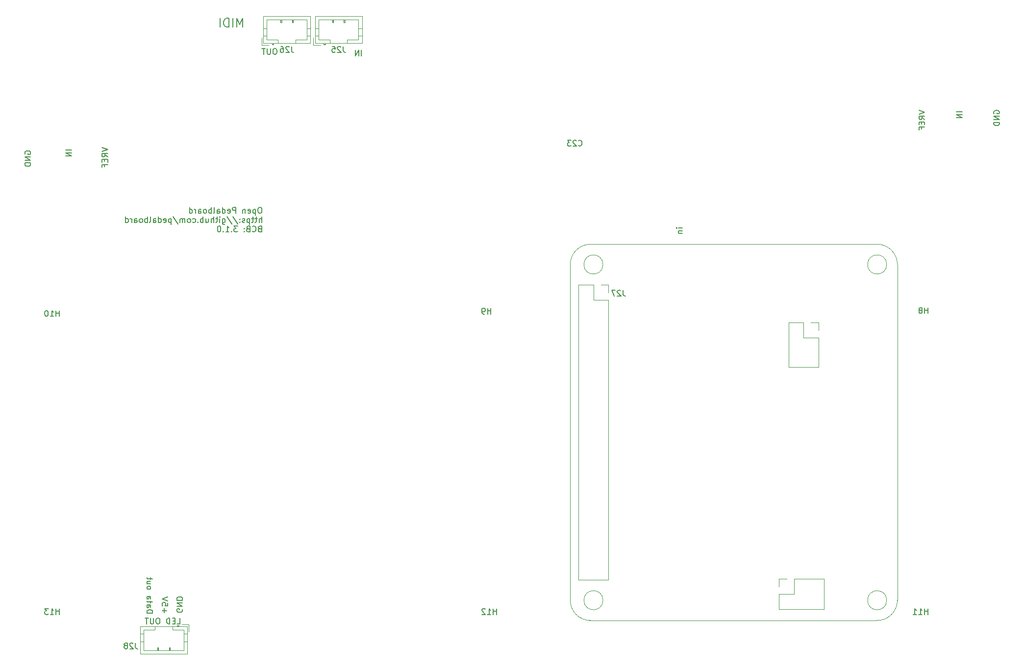
<source format=gbo>
G04 #@! TF.GenerationSoftware,KiCad,Pcbnew,7.0.9-7.0.9~ubuntu23.04.1*
G04 #@! TF.CreationDate,2023-12-04T22:03:06+00:00*
G04 #@! TF.ProjectId,pedalboard-hw,70656461-6c62-46f6-9172-642d68772e6b,3.1.0*
G04 #@! TF.SameCoordinates,Original*
G04 #@! TF.FileFunction,Legend,Bot*
G04 #@! TF.FilePolarity,Positive*
%FSLAX46Y46*%
G04 Gerber Fmt 4.6, Leading zero omitted, Abs format (unit mm)*
G04 Created by KiCad (PCBNEW 7.0.9-7.0.9~ubuntu23.04.1) date 2023-12-04 22:03:06*
%MOMM*%
%LPD*%
G01*
G04 APERTURE LIST*
%ADD10C,0.150000*%
%ADD11C,0.120000*%
%ADD12C,0.100000*%
G04 APERTURE END LIST*
D10*
X2811823Y86553797D02*
X2764204Y86649035D01*
X2764204Y86649035D02*
X2764204Y86791892D01*
X2764204Y86791892D02*
X2811823Y86934749D01*
X2811823Y86934749D02*
X2907061Y87029987D01*
X2907061Y87029987D02*
X3002299Y87077606D01*
X3002299Y87077606D02*
X3192775Y87125225D01*
X3192775Y87125225D02*
X3335632Y87125225D01*
X3335632Y87125225D02*
X3526108Y87077606D01*
X3526108Y87077606D02*
X3621346Y87029987D01*
X3621346Y87029987D02*
X3716585Y86934749D01*
X3716585Y86934749D02*
X3764204Y86791892D01*
X3764204Y86791892D02*
X3764204Y86696654D01*
X3764204Y86696654D02*
X3716585Y86553797D01*
X3716585Y86553797D02*
X3668965Y86506178D01*
X3668965Y86506178D02*
X3335632Y86506178D01*
X3335632Y86506178D02*
X3335632Y86696654D01*
X3764204Y86077606D02*
X2764204Y86077606D01*
X2764204Y86077606D02*
X3764204Y85506178D01*
X3764204Y85506178D02*
X2764204Y85506178D01*
X3764204Y85029987D02*
X2764204Y85029987D01*
X2764204Y85029987D02*
X2764204Y84791892D01*
X2764204Y84791892D02*
X2811823Y84649035D01*
X2811823Y84649035D02*
X2907061Y84553797D01*
X2907061Y84553797D02*
X3002299Y84506178D01*
X3002299Y84506178D02*
X3192775Y84458559D01*
X3192775Y84458559D02*
X3335632Y84458559D01*
X3335632Y84458559D02*
X3526108Y84506178D01*
X3526108Y84506178D02*
X3621346Y84553797D01*
X3621346Y84553797D02*
X3716585Y84649035D01*
X3716585Y84649035D02*
X3764204Y84791892D01*
X3764204Y84791892D02*
X3764204Y85029987D01*
X29956946Y7964974D02*
X30004565Y7869736D01*
X30004565Y7869736D02*
X30004565Y7726879D01*
X30004565Y7726879D02*
X29956946Y7584022D01*
X29956946Y7584022D02*
X29861708Y7488784D01*
X29861708Y7488784D02*
X29766470Y7441165D01*
X29766470Y7441165D02*
X29575994Y7393546D01*
X29575994Y7393546D02*
X29433137Y7393546D01*
X29433137Y7393546D02*
X29242661Y7441165D01*
X29242661Y7441165D02*
X29147423Y7488784D01*
X29147423Y7488784D02*
X29052185Y7584022D01*
X29052185Y7584022D02*
X29004565Y7726879D01*
X29004565Y7726879D02*
X29004565Y7822117D01*
X29004565Y7822117D02*
X29052185Y7964974D01*
X29052185Y7964974D02*
X29099804Y8012593D01*
X29099804Y8012593D02*
X29433137Y8012593D01*
X29433137Y8012593D02*
X29433137Y7822117D01*
X29004565Y8441165D02*
X30004565Y8441165D01*
X30004565Y8441165D02*
X29004565Y9012593D01*
X29004565Y9012593D02*
X30004565Y9012593D01*
X29004565Y9488784D02*
X30004565Y9488784D01*
X30004565Y9488784D02*
X30004565Y9726879D01*
X30004565Y9726879D02*
X29956946Y9869736D01*
X29956946Y9869736D02*
X29861708Y9964974D01*
X29861708Y9964974D02*
X29766470Y10012593D01*
X29766470Y10012593D02*
X29575994Y10060212D01*
X29575994Y10060212D02*
X29433137Y10060212D01*
X29433137Y10060212D02*
X29242661Y10012593D01*
X29242661Y10012593D02*
X29147423Y9964974D01*
X29147423Y9964974D02*
X29052185Y9869736D01*
X29052185Y9869736D02*
X29004565Y9726879D01*
X29004565Y9726879D02*
X29004565Y9488784D01*
X23834565Y7271165D02*
X24834565Y7271165D01*
X24834565Y7271165D02*
X24834565Y7509260D01*
X24834565Y7509260D02*
X24786946Y7652117D01*
X24786946Y7652117D02*
X24691708Y7747355D01*
X24691708Y7747355D02*
X24596470Y7794974D01*
X24596470Y7794974D02*
X24405994Y7842593D01*
X24405994Y7842593D02*
X24263137Y7842593D01*
X24263137Y7842593D02*
X24072661Y7794974D01*
X24072661Y7794974D02*
X23977423Y7747355D01*
X23977423Y7747355D02*
X23882185Y7652117D01*
X23882185Y7652117D02*
X23834565Y7509260D01*
X23834565Y7509260D02*
X23834565Y7271165D01*
X23834565Y8699736D02*
X24358375Y8699736D01*
X24358375Y8699736D02*
X24453613Y8652117D01*
X24453613Y8652117D02*
X24501232Y8556879D01*
X24501232Y8556879D02*
X24501232Y8366403D01*
X24501232Y8366403D02*
X24453613Y8271165D01*
X23882185Y8699736D02*
X23834565Y8604498D01*
X23834565Y8604498D02*
X23834565Y8366403D01*
X23834565Y8366403D02*
X23882185Y8271165D01*
X23882185Y8271165D02*
X23977423Y8223546D01*
X23977423Y8223546D02*
X24072661Y8223546D01*
X24072661Y8223546D02*
X24167899Y8271165D01*
X24167899Y8271165D02*
X24215518Y8366403D01*
X24215518Y8366403D02*
X24215518Y8604498D01*
X24215518Y8604498D02*
X24263137Y8699736D01*
X24501232Y9033070D02*
X24501232Y9414022D01*
X24834565Y9175927D02*
X23977423Y9175927D01*
X23977423Y9175927D02*
X23882185Y9223546D01*
X23882185Y9223546D02*
X23834565Y9318784D01*
X23834565Y9318784D02*
X23834565Y9414022D01*
X23834565Y10175927D02*
X24358375Y10175927D01*
X24358375Y10175927D02*
X24453613Y10128308D01*
X24453613Y10128308D02*
X24501232Y10033070D01*
X24501232Y10033070D02*
X24501232Y9842594D01*
X24501232Y9842594D02*
X24453613Y9747356D01*
X23882185Y10175927D02*
X23834565Y10080689D01*
X23834565Y10080689D02*
X23834565Y9842594D01*
X23834565Y9842594D02*
X23882185Y9747356D01*
X23882185Y9747356D02*
X23977423Y9699737D01*
X23977423Y9699737D02*
X24072661Y9699737D01*
X24072661Y9699737D02*
X24167899Y9747356D01*
X24167899Y9747356D02*
X24215518Y9842594D01*
X24215518Y9842594D02*
X24215518Y10080689D01*
X24215518Y10080689D02*
X24263137Y10175927D01*
X23834565Y11556880D02*
X23882185Y11461642D01*
X23882185Y11461642D02*
X23929804Y11414023D01*
X23929804Y11414023D02*
X24025042Y11366404D01*
X24025042Y11366404D02*
X24310756Y11366404D01*
X24310756Y11366404D02*
X24405994Y11414023D01*
X24405994Y11414023D02*
X24453613Y11461642D01*
X24453613Y11461642D02*
X24501232Y11556880D01*
X24501232Y11556880D02*
X24501232Y11699737D01*
X24501232Y11699737D02*
X24453613Y11794975D01*
X24453613Y11794975D02*
X24405994Y11842594D01*
X24405994Y11842594D02*
X24310756Y11890213D01*
X24310756Y11890213D02*
X24025042Y11890213D01*
X24025042Y11890213D02*
X23929804Y11842594D01*
X23929804Y11842594D02*
X23882185Y11794975D01*
X23882185Y11794975D02*
X23834565Y11699737D01*
X23834565Y11699737D02*
X23834565Y11556880D01*
X24501232Y12747356D02*
X23834565Y12747356D01*
X24501232Y12318785D02*
X23977423Y12318785D01*
X23977423Y12318785D02*
X23882185Y12366404D01*
X23882185Y12366404D02*
X23834565Y12461642D01*
X23834565Y12461642D02*
X23834565Y12604499D01*
X23834565Y12604499D02*
X23882185Y12699737D01*
X23882185Y12699737D02*
X23929804Y12747356D01*
X24501232Y13080690D02*
X24501232Y13461642D01*
X24834565Y13223547D02*
X23977423Y13223547D01*
X23977423Y13223547D02*
X23882185Y13271166D01*
X23882185Y13271166D02*
X23834565Y13366404D01*
X23834565Y13366404D02*
X23834565Y13461642D01*
X60917605Y103564566D02*
X60917605Y104564566D01*
X60441415Y103564566D02*
X60441415Y104564566D01*
X60441415Y104564566D02*
X59869987Y103564566D01*
X59869987Y103564566D02*
X59869987Y104564566D01*
X170141823Y93557797D02*
X170094204Y93653035D01*
X170094204Y93653035D02*
X170094204Y93795892D01*
X170094204Y93795892D02*
X170141823Y93938749D01*
X170141823Y93938749D02*
X170237061Y94033987D01*
X170237061Y94033987D02*
X170332299Y94081606D01*
X170332299Y94081606D02*
X170522775Y94129225D01*
X170522775Y94129225D02*
X170665632Y94129225D01*
X170665632Y94129225D02*
X170856108Y94081606D01*
X170856108Y94081606D02*
X170951346Y94033987D01*
X170951346Y94033987D02*
X171046585Y93938749D01*
X171046585Y93938749D02*
X171094204Y93795892D01*
X171094204Y93795892D02*
X171094204Y93700654D01*
X171094204Y93700654D02*
X171046585Y93557797D01*
X171046585Y93557797D02*
X170998965Y93510178D01*
X170998965Y93510178D02*
X170665632Y93510178D01*
X170665632Y93510178D02*
X170665632Y93700654D01*
X171094204Y93081606D02*
X170094204Y93081606D01*
X170094204Y93081606D02*
X171094204Y92510178D01*
X171094204Y92510178D02*
X170094204Y92510178D01*
X171094204Y92033987D02*
X170094204Y92033987D01*
X170094204Y92033987D02*
X170094204Y91795892D01*
X170094204Y91795892D02*
X170141823Y91653035D01*
X170141823Y91653035D02*
X170237061Y91557797D01*
X170237061Y91557797D02*
X170332299Y91510178D01*
X170332299Y91510178D02*
X170522775Y91462559D01*
X170522775Y91462559D02*
X170665632Y91462559D01*
X170665632Y91462559D02*
X170856108Y91510178D01*
X170856108Y91510178D02*
X170951346Y91557797D01*
X170951346Y91557797D02*
X171046585Y91653035D01*
X171046585Y91653035D02*
X171094204Y91795892D01*
X171094204Y91795892D02*
X171094204Y92033987D01*
X43467129Y77344566D02*
X43276653Y77344566D01*
X43276653Y77344566D02*
X43181415Y77296947D01*
X43181415Y77296947D02*
X43086177Y77201709D01*
X43086177Y77201709D02*
X43038558Y77011233D01*
X43038558Y77011233D02*
X43038558Y76677900D01*
X43038558Y76677900D02*
X43086177Y76487424D01*
X43086177Y76487424D02*
X43181415Y76392185D01*
X43181415Y76392185D02*
X43276653Y76344566D01*
X43276653Y76344566D02*
X43467129Y76344566D01*
X43467129Y76344566D02*
X43562367Y76392185D01*
X43562367Y76392185D02*
X43657605Y76487424D01*
X43657605Y76487424D02*
X43705224Y76677900D01*
X43705224Y76677900D02*
X43705224Y77011233D01*
X43705224Y77011233D02*
X43657605Y77201709D01*
X43657605Y77201709D02*
X43562367Y77296947D01*
X43562367Y77296947D02*
X43467129Y77344566D01*
X42609986Y77011233D02*
X42609986Y76011233D01*
X42609986Y76963614D02*
X42514748Y77011233D01*
X42514748Y77011233D02*
X42324272Y77011233D01*
X42324272Y77011233D02*
X42229034Y76963614D01*
X42229034Y76963614D02*
X42181415Y76915995D01*
X42181415Y76915995D02*
X42133796Y76820757D01*
X42133796Y76820757D02*
X42133796Y76535043D01*
X42133796Y76535043D02*
X42181415Y76439805D01*
X42181415Y76439805D02*
X42229034Y76392185D01*
X42229034Y76392185D02*
X42324272Y76344566D01*
X42324272Y76344566D02*
X42514748Y76344566D01*
X42514748Y76344566D02*
X42609986Y76392185D01*
X41324272Y76392185D02*
X41419510Y76344566D01*
X41419510Y76344566D02*
X41609986Y76344566D01*
X41609986Y76344566D02*
X41705224Y76392185D01*
X41705224Y76392185D02*
X41752843Y76487424D01*
X41752843Y76487424D02*
X41752843Y76868376D01*
X41752843Y76868376D02*
X41705224Y76963614D01*
X41705224Y76963614D02*
X41609986Y77011233D01*
X41609986Y77011233D02*
X41419510Y77011233D01*
X41419510Y77011233D02*
X41324272Y76963614D01*
X41324272Y76963614D02*
X41276653Y76868376D01*
X41276653Y76868376D02*
X41276653Y76773138D01*
X41276653Y76773138D02*
X41752843Y76677900D01*
X40848081Y77011233D02*
X40848081Y76344566D01*
X40848081Y76915995D02*
X40800462Y76963614D01*
X40800462Y76963614D02*
X40705224Y77011233D01*
X40705224Y77011233D02*
X40562367Y77011233D01*
X40562367Y77011233D02*
X40467129Y76963614D01*
X40467129Y76963614D02*
X40419510Y76868376D01*
X40419510Y76868376D02*
X40419510Y76344566D01*
X39181414Y76344566D02*
X39181414Y77344566D01*
X39181414Y77344566D02*
X38800462Y77344566D01*
X38800462Y77344566D02*
X38705224Y77296947D01*
X38705224Y77296947D02*
X38657605Y77249328D01*
X38657605Y77249328D02*
X38609986Y77154090D01*
X38609986Y77154090D02*
X38609986Y77011233D01*
X38609986Y77011233D02*
X38657605Y76915995D01*
X38657605Y76915995D02*
X38705224Y76868376D01*
X38705224Y76868376D02*
X38800462Y76820757D01*
X38800462Y76820757D02*
X39181414Y76820757D01*
X37800462Y76392185D02*
X37895700Y76344566D01*
X37895700Y76344566D02*
X38086176Y76344566D01*
X38086176Y76344566D02*
X38181414Y76392185D01*
X38181414Y76392185D02*
X38229033Y76487424D01*
X38229033Y76487424D02*
X38229033Y76868376D01*
X38229033Y76868376D02*
X38181414Y76963614D01*
X38181414Y76963614D02*
X38086176Y77011233D01*
X38086176Y77011233D02*
X37895700Y77011233D01*
X37895700Y77011233D02*
X37800462Y76963614D01*
X37800462Y76963614D02*
X37752843Y76868376D01*
X37752843Y76868376D02*
X37752843Y76773138D01*
X37752843Y76773138D02*
X38229033Y76677900D01*
X36895700Y76344566D02*
X36895700Y77344566D01*
X36895700Y76392185D02*
X36990938Y76344566D01*
X36990938Y76344566D02*
X37181414Y76344566D01*
X37181414Y76344566D02*
X37276652Y76392185D01*
X37276652Y76392185D02*
X37324271Y76439805D01*
X37324271Y76439805D02*
X37371890Y76535043D01*
X37371890Y76535043D02*
X37371890Y76820757D01*
X37371890Y76820757D02*
X37324271Y76915995D01*
X37324271Y76915995D02*
X37276652Y76963614D01*
X37276652Y76963614D02*
X37181414Y77011233D01*
X37181414Y77011233D02*
X36990938Y77011233D01*
X36990938Y77011233D02*
X36895700Y76963614D01*
X35990938Y76344566D02*
X35990938Y76868376D01*
X35990938Y76868376D02*
X36038557Y76963614D01*
X36038557Y76963614D02*
X36133795Y77011233D01*
X36133795Y77011233D02*
X36324271Y77011233D01*
X36324271Y77011233D02*
X36419509Y76963614D01*
X35990938Y76392185D02*
X36086176Y76344566D01*
X36086176Y76344566D02*
X36324271Y76344566D01*
X36324271Y76344566D02*
X36419509Y76392185D01*
X36419509Y76392185D02*
X36467128Y76487424D01*
X36467128Y76487424D02*
X36467128Y76582662D01*
X36467128Y76582662D02*
X36419509Y76677900D01*
X36419509Y76677900D02*
X36324271Y76725519D01*
X36324271Y76725519D02*
X36086176Y76725519D01*
X36086176Y76725519D02*
X35990938Y76773138D01*
X35371890Y76344566D02*
X35467128Y76392185D01*
X35467128Y76392185D02*
X35514747Y76487424D01*
X35514747Y76487424D02*
X35514747Y77344566D01*
X34990937Y76344566D02*
X34990937Y77344566D01*
X34990937Y76963614D02*
X34895699Y77011233D01*
X34895699Y77011233D02*
X34705223Y77011233D01*
X34705223Y77011233D02*
X34609985Y76963614D01*
X34609985Y76963614D02*
X34562366Y76915995D01*
X34562366Y76915995D02*
X34514747Y76820757D01*
X34514747Y76820757D02*
X34514747Y76535043D01*
X34514747Y76535043D02*
X34562366Y76439805D01*
X34562366Y76439805D02*
X34609985Y76392185D01*
X34609985Y76392185D02*
X34705223Y76344566D01*
X34705223Y76344566D02*
X34895699Y76344566D01*
X34895699Y76344566D02*
X34990937Y76392185D01*
X33943318Y76344566D02*
X34038556Y76392185D01*
X34038556Y76392185D02*
X34086175Y76439805D01*
X34086175Y76439805D02*
X34133794Y76535043D01*
X34133794Y76535043D02*
X34133794Y76820757D01*
X34133794Y76820757D02*
X34086175Y76915995D01*
X34086175Y76915995D02*
X34038556Y76963614D01*
X34038556Y76963614D02*
X33943318Y77011233D01*
X33943318Y77011233D02*
X33800461Y77011233D01*
X33800461Y77011233D02*
X33705223Y76963614D01*
X33705223Y76963614D02*
X33657604Y76915995D01*
X33657604Y76915995D02*
X33609985Y76820757D01*
X33609985Y76820757D02*
X33609985Y76535043D01*
X33609985Y76535043D02*
X33657604Y76439805D01*
X33657604Y76439805D02*
X33705223Y76392185D01*
X33705223Y76392185D02*
X33800461Y76344566D01*
X33800461Y76344566D02*
X33943318Y76344566D01*
X32752842Y76344566D02*
X32752842Y76868376D01*
X32752842Y76868376D02*
X32800461Y76963614D01*
X32800461Y76963614D02*
X32895699Y77011233D01*
X32895699Y77011233D02*
X33086175Y77011233D01*
X33086175Y77011233D02*
X33181413Y76963614D01*
X32752842Y76392185D02*
X32848080Y76344566D01*
X32848080Y76344566D02*
X33086175Y76344566D01*
X33086175Y76344566D02*
X33181413Y76392185D01*
X33181413Y76392185D02*
X33229032Y76487424D01*
X33229032Y76487424D02*
X33229032Y76582662D01*
X33229032Y76582662D02*
X33181413Y76677900D01*
X33181413Y76677900D02*
X33086175Y76725519D01*
X33086175Y76725519D02*
X32848080Y76725519D01*
X32848080Y76725519D02*
X32752842Y76773138D01*
X32276651Y76344566D02*
X32276651Y77011233D01*
X32276651Y76820757D02*
X32229032Y76915995D01*
X32229032Y76915995D02*
X32181413Y76963614D01*
X32181413Y76963614D02*
X32086175Y77011233D01*
X32086175Y77011233D02*
X31990937Y77011233D01*
X31229032Y76344566D02*
X31229032Y77344566D01*
X31229032Y76392185D02*
X31324270Y76344566D01*
X31324270Y76344566D02*
X31514746Y76344566D01*
X31514746Y76344566D02*
X31609984Y76392185D01*
X31609984Y76392185D02*
X31657603Y76439805D01*
X31657603Y76439805D02*
X31705222Y76535043D01*
X31705222Y76535043D02*
X31705222Y76820757D01*
X31705222Y76820757D02*
X31657603Y76915995D01*
X31657603Y76915995D02*
X31609984Y76963614D01*
X31609984Y76963614D02*
X31514746Y77011233D01*
X31514746Y77011233D02*
X31324270Y77011233D01*
X31324270Y77011233D02*
X31229032Y76963614D01*
X43657605Y74734566D02*
X43657605Y75734566D01*
X43229034Y74734566D02*
X43229034Y75258376D01*
X43229034Y75258376D02*
X43276653Y75353614D01*
X43276653Y75353614D02*
X43371891Y75401233D01*
X43371891Y75401233D02*
X43514748Y75401233D01*
X43514748Y75401233D02*
X43609986Y75353614D01*
X43609986Y75353614D02*
X43657605Y75305995D01*
X42895700Y75401233D02*
X42514748Y75401233D01*
X42752843Y75734566D02*
X42752843Y74877424D01*
X42752843Y74877424D02*
X42705224Y74782185D01*
X42705224Y74782185D02*
X42609986Y74734566D01*
X42609986Y74734566D02*
X42514748Y74734566D01*
X42324271Y75401233D02*
X41943319Y75401233D01*
X42181414Y75734566D02*
X42181414Y74877424D01*
X42181414Y74877424D02*
X42133795Y74782185D01*
X42133795Y74782185D02*
X42038557Y74734566D01*
X42038557Y74734566D02*
X41943319Y74734566D01*
X41609985Y75401233D02*
X41609985Y74401233D01*
X41609985Y75353614D02*
X41514747Y75401233D01*
X41514747Y75401233D02*
X41324271Y75401233D01*
X41324271Y75401233D02*
X41229033Y75353614D01*
X41229033Y75353614D02*
X41181414Y75305995D01*
X41181414Y75305995D02*
X41133795Y75210757D01*
X41133795Y75210757D02*
X41133795Y74925043D01*
X41133795Y74925043D02*
X41181414Y74829805D01*
X41181414Y74829805D02*
X41229033Y74782185D01*
X41229033Y74782185D02*
X41324271Y74734566D01*
X41324271Y74734566D02*
X41514747Y74734566D01*
X41514747Y74734566D02*
X41609985Y74782185D01*
X40752842Y74782185D02*
X40657604Y74734566D01*
X40657604Y74734566D02*
X40467128Y74734566D01*
X40467128Y74734566D02*
X40371890Y74782185D01*
X40371890Y74782185D02*
X40324271Y74877424D01*
X40324271Y74877424D02*
X40324271Y74925043D01*
X40324271Y74925043D02*
X40371890Y75020281D01*
X40371890Y75020281D02*
X40467128Y75067900D01*
X40467128Y75067900D02*
X40609985Y75067900D01*
X40609985Y75067900D02*
X40705223Y75115519D01*
X40705223Y75115519D02*
X40752842Y75210757D01*
X40752842Y75210757D02*
X40752842Y75258376D01*
X40752842Y75258376D02*
X40705223Y75353614D01*
X40705223Y75353614D02*
X40609985Y75401233D01*
X40609985Y75401233D02*
X40467128Y75401233D01*
X40467128Y75401233D02*
X40371890Y75353614D01*
X39895699Y74829805D02*
X39848080Y74782185D01*
X39848080Y74782185D02*
X39895699Y74734566D01*
X39895699Y74734566D02*
X39943318Y74782185D01*
X39943318Y74782185D02*
X39895699Y74829805D01*
X39895699Y74829805D02*
X39895699Y74734566D01*
X39895699Y75353614D02*
X39848080Y75305995D01*
X39848080Y75305995D02*
X39895699Y75258376D01*
X39895699Y75258376D02*
X39943318Y75305995D01*
X39943318Y75305995D02*
X39895699Y75353614D01*
X39895699Y75353614D02*
X39895699Y75258376D01*
X38705224Y75782185D02*
X39562366Y74496471D01*
X37657605Y75782185D02*
X38514747Y74496471D01*
X36895700Y75401233D02*
X36895700Y74591709D01*
X36895700Y74591709D02*
X36943319Y74496471D01*
X36943319Y74496471D02*
X36990938Y74448852D01*
X36990938Y74448852D02*
X37086176Y74401233D01*
X37086176Y74401233D02*
X37229033Y74401233D01*
X37229033Y74401233D02*
X37324271Y74448852D01*
X36895700Y74782185D02*
X36990938Y74734566D01*
X36990938Y74734566D02*
X37181414Y74734566D01*
X37181414Y74734566D02*
X37276652Y74782185D01*
X37276652Y74782185D02*
X37324271Y74829805D01*
X37324271Y74829805D02*
X37371890Y74925043D01*
X37371890Y74925043D02*
X37371890Y75210757D01*
X37371890Y75210757D02*
X37324271Y75305995D01*
X37324271Y75305995D02*
X37276652Y75353614D01*
X37276652Y75353614D02*
X37181414Y75401233D01*
X37181414Y75401233D02*
X36990938Y75401233D01*
X36990938Y75401233D02*
X36895700Y75353614D01*
X36419509Y74734566D02*
X36419509Y75401233D01*
X36419509Y75734566D02*
X36467128Y75686947D01*
X36467128Y75686947D02*
X36419509Y75639328D01*
X36419509Y75639328D02*
X36371890Y75686947D01*
X36371890Y75686947D02*
X36419509Y75734566D01*
X36419509Y75734566D02*
X36419509Y75639328D01*
X36086176Y75401233D02*
X35705224Y75401233D01*
X35943319Y75734566D02*
X35943319Y74877424D01*
X35943319Y74877424D02*
X35895700Y74782185D01*
X35895700Y74782185D02*
X35800462Y74734566D01*
X35800462Y74734566D02*
X35705224Y74734566D01*
X35371890Y74734566D02*
X35371890Y75734566D01*
X34943319Y74734566D02*
X34943319Y75258376D01*
X34943319Y75258376D02*
X34990938Y75353614D01*
X34990938Y75353614D02*
X35086176Y75401233D01*
X35086176Y75401233D02*
X35229033Y75401233D01*
X35229033Y75401233D02*
X35324271Y75353614D01*
X35324271Y75353614D02*
X35371890Y75305995D01*
X34038557Y75401233D02*
X34038557Y74734566D01*
X34467128Y75401233D02*
X34467128Y74877424D01*
X34467128Y74877424D02*
X34419509Y74782185D01*
X34419509Y74782185D02*
X34324271Y74734566D01*
X34324271Y74734566D02*
X34181414Y74734566D01*
X34181414Y74734566D02*
X34086176Y74782185D01*
X34086176Y74782185D02*
X34038557Y74829805D01*
X33562366Y74734566D02*
X33562366Y75734566D01*
X33562366Y75353614D02*
X33467128Y75401233D01*
X33467128Y75401233D02*
X33276652Y75401233D01*
X33276652Y75401233D02*
X33181414Y75353614D01*
X33181414Y75353614D02*
X33133795Y75305995D01*
X33133795Y75305995D02*
X33086176Y75210757D01*
X33086176Y75210757D02*
X33086176Y74925043D01*
X33086176Y74925043D02*
X33133795Y74829805D01*
X33133795Y74829805D02*
X33181414Y74782185D01*
X33181414Y74782185D02*
X33276652Y74734566D01*
X33276652Y74734566D02*
X33467128Y74734566D01*
X33467128Y74734566D02*
X33562366Y74782185D01*
X32657604Y74829805D02*
X32609985Y74782185D01*
X32609985Y74782185D02*
X32657604Y74734566D01*
X32657604Y74734566D02*
X32705223Y74782185D01*
X32705223Y74782185D02*
X32657604Y74829805D01*
X32657604Y74829805D02*
X32657604Y74734566D01*
X31752843Y74782185D02*
X31848081Y74734566D01*
X31848081Y74734566D02*
X32038557Y74734566D01*
X32038557Y74734566D02*
X32133795Y74782185D01*
X32133795Y74782185D02*
X32181414Y74829805D01*
X32181414Y74829805D02*
X32229033Y74925043D01*
X32229033Y74925043D02*
X32229033Y75210757D01*
X32229033Y75210757D02*
X32181414Y75305995D01*
X32181414Y75305995D02*
X32133795Y75353614D01*
X32133795Y75353614D02*
X32038557Y75401233D01*
X32038557Y75401233D02*
X31848081Y75401233D01*
X31848081Y75401233D02*
X31752843Y75353614D01*
X31181414Y74734566D02*
X31276652Y74782185D01*
X31276652Y74782185D02*
X31324271Y74829805D01*
X31324271Y74829805D02*
X31371890Y74925043D01*
X31371890Y74925043D02*
X31371890Y75210757D01*
X31371890Y75210757D02*
X31324271Y75305995D01*
X31324271Y75305995D02*
X31276652Y75353614D01*
X31276652Y75353614D02*
X31181414Y75401233D01*
X31181414Y75401233D02*
X31038557Y75401233D01*
X31038557Y75401233D02*
X30943319Y75353614D01*
X30943319Y75353614D02*
X30895700Y75305995D01*
X30895700Y75305995D02*
X30848081Y75210757D01*
X30848081Y75210757D02*
X30848081Y74925043D01*
X30848081Y74925043D02*
X30895700Y74829805D01*
X30895700Y74829805D02*
X30943319Y74782185D01*
X30943319Y74782185D02*
X31038557Y74734566D01*
X31038557Y74734566D02*
X31181414Y74734566D01*
X30419509Y74734566D02*
X30419509Y75401233D01*
X30419509Y75305995D02*
X30371890Y75353614D01*
X30371890Y75353614D02*
X30276652Y75401233D01*
X30276652Y75401233D02*
X30133795Y75401233D01*
X30133795Y75401233D02*
X30038557Y75353614D01*
X30038557Y75353614D02*
X29990938Y75258376D01*
X29990938Y75258376D02*
X29990938Y74734566D01*
X29990938Y75258376D02*
X29943319Y75353614D01*
X29943319Y75353614D02*
X29848081Y75401233D01*
X29848081Y75401233D02*
X29705224Y75401233D01*
X29705224Y75401233D02*
X29609985Y75353614D01*
X29609985Y75353614D02*
X29562366Y75258376D01*
X29562366Y75258376D02*
X29562366Y74734566D01*
X28371891Y75782185D02*
X29229033Y74496471D01*
X28038557Y75401233D02*
X28038557Y74401233D01*
X28038557Y75353614D02*
X27943319Y75401233D01*
X27943319Y75401233D02*
X27752843Y75401233D01*
X27752843Y75401233D02*
X27657605Y75353614D01*
X27657605Y75353614D02*
X27609986Y75305995D01*
X27609986Y75305995D02*
X27562367Y75210757D01*
X27562367Y75210757D02*
X27562367Y74925043D01*
X27562367Y74925043D02*
X27609986Y74829805D01*
X27609986Y74829805D02*
X27657605Y74782185D01*
X27657605Y74782185D02*
X27752843Y74734566D01*
X27752843Y74734566D02*
X27943319Y74734566D01*
X27943319Y74734566D02*
X28038557Y74782185D01*
X26752843Y74782185D02*
X26848081Y74734566D01*
X26848081Y74734566D02*
X27038557Y74734566D01*
X27038557Y74734566D02*
X27133795Y74782185D01*
X27133795Y74782185D02*
X27181414Y74877424D01*
X27181414Y74877424D02*
X27181414Y75258376D01*
X27181414Y75258376D02*
X27133795Y75353614D01*
X27133795Y75353614D02*
X27038557Y75401233D01*
X27038557Y75401233D02*
X26848081Y75401233D01*
X26848081Y75401233D02*
X26752843Y75353614D01*
X26752843Y75353614D02*
X26705224Y75258376D01*
X26705224Y75258376D02*
X26705224Y75163138D01*
X26705224Y75163138D02*
X27181414Y75067900D01*
X25848081Y74734566D02*
X25848081Y75734566D01*
X25848081Y74782185D02*
X25943319Y74734566D01*
X25943319Y74734566D02*
X26133795Y74734566D01*
X26133795Y74734566D02*
X26229033Y74782185D01*
X26229033Y74782185D02*
X26276652Y74829805D01*
X26276652Y74829805D02*
X26324271Y74925043D01*
X26324271Y74925043D02*
X26324271Y75210757D01*
X26324271Y75210757D02*
X26276652Y75305995D01*
X26276652Y75305995D02*
X26229033Y75353614D01*
X26229033Y75353614D02*
X26133795Y75401233D01*
X26133795Y75401233D02*
X25943319Y75401233D01*
X25943319Y75401233D02*
X25848081Y75353614D01*
X24943319Y74734566D02*
X24943319Y75258376D01*
X24943319Y75258376D02*
X24990938Y75353614D01*
X24990938Y75353614D02*
X25086176Y75401233D01*
X25086176Y75401233D02*
X25276652Y75401233D01*
X25276652Y75401233D02*
X25371890Y75353614D01*
X24943319Y74782185D02*
X25038557Y74734566D01*
X25038557Y74734566D02*
X25276652Y74734566D01*
X25276652Y74734566D02*
X25371890Y74782185D01*
X25371890Y74782185D02*
X25419509Y74877424D01*
X25419509Y74877424D02*
X25419509Y74972662D01*
X25419509Y74972662D02*
X25371890Y75067900D01*
X25371890Y75067900D02*
X25276652Y75115519D01*
X25276652Y75115519D02*
X25038557Y75115519D01*
X25038557Y75115519D02*
X24943319Y75163138D01*
X24324271Y74734566D02*
X24419509Y74782185D01*
X24419509Y74782185D02*
X24467128Y74877424D01*
X24467128Y74877424D02*
X24467128Y75734566D01*
X23943318Y74734566D02*
X23943318Y75734566D01*
X23943318Y75353614D02*
X23848080Y75401233D01*
X23848080Y75401233D02*
X23657604Y75401233D01*
X23657604Y75401233D02*
X23562366Y75353614D01*
X23562366Y75353614D02*
X23514747Y75305995D01*
X23514747Y75305995D02*
X23467128Y75210757D01*
X23467128Y75210757D02*
X23467128Y74925043D01*
X23467128Y74925043D02*
X23514747Y74829805D01*
X23514747Y74829805D02*
X23562366Y74782185D01*
X23562366Y74782185D02*
X23657604Y74734566D01*
X23657604Y74734566D02*
X23848080Y74734566D01*
X23848080Y74734566D02*
X23943318Y74782185D01*
X22895699Y74734566D02*
X22990937Y74782185D01*
X22990937Y74782185D02*
X23038556Y74829805D01*
X23038556Y74829805D02*
X23086175Y74925043D01*
X23086175Y74925043D02*
X23086175Y75210757D01*
X23086175Y75210757D02*
X23038556Y75305995D01*
X23038556Y75305995D02*
X22990937Y75353614D01*
X22990937Y75353614D02*
X22895699Y75401233D01*
X22895699Y75401233D02*
X22752842Y75401233D01*
X22752842Y75401233D02*
X22657604Y75353614D01*
X22657604Y75353614D02*
X22609985Y75305995D01*
X22609985Y75305995D02*
X22562366Y75210757D01*
X22562366Y75210757D02*
X22562366Y74925043D01*
X22562366Y74925043D02*
X22609985Y74829805D01*
X22609985Y74829805D02*
X22657604Y74782185D01*
X22657604Y74782185D02*
X22752842Y74734566D01*
X22752842Y74734566D02*
X22895699Y74734566D01*
X21705223Y74734566D02*
X21705223Y75258376D01*
X21705223Y75258376D02*
X21752842Y75353614D01*
X21752842Y75353614D02*
X21848080Y75401233D01*
X21848080Y75401233D02*
X22038556Y75401233D01*
X22038556Y75401233D02*
X22133794Y75353614D01*
X21705223Y74782185D02*
X21800461Y74734566D01*
X21800461Y74734566D02*
X22038556Y74734566D01*
X22038556Y74734566D02*
X22133794Y74782185D01*
X22133794Y74782185D02*
X22181413Y74877424D01*
X22181413Y74877424D02*
X22181413Y74972662D01*
X22181413Y74972662D02*
X22133794Y75067900D01*
X22133794Y75067900D02*
X22038556Y75115519D01*
X22038556Y75115519D02*
X21800461Y75115519D01*
X21800461Y75115519D02*
X21705223Y75163138D01*
X21229032Y74734566D02*
X21229032Y75401233D01*
X21229032Y75210757D02*
X21181413Y75305995D01*
X21181413Y75305995D02*
X21133794Y75353614D01*
X21133794Y75353614D02*
X21038556Y75401233D01*
X21038556Y75401233D02*
X20943318Y75401233D01*
X20181413Y74734566D02*
X20181413Y75734566D01*
X20181413Y74782185D02*
X20276651Y74734566D01*
X20276651Y74734566D02*
X20467127Y74734566D01*
X20467127Y74734566D02*
X20562365Y74782185D01*
X20562365Y74782185D02*
X20609984Y74829805D01*
X20609984Y74829805D02*
X20657603Y74925043D01*
X20657603Y74925043D02*
X20657603Y75210757D01*
X20657603Y75210757D02*
X20609984Y75305995D01*
X20609984Y75305995D02*
X20562365Y75353614D01*
X20562365Y75353614D02*
X20467127Y75401233D01*
X20467127Y75401233D02*
X20276651Y75401233D01*
X20276651Y75401233D02*
X20181413Y75353614D01*
X43324272Y73648376D02*
X43181415Y73600757D01*
X43181415Y73600757D02*
X43133796Y73553138D01*
X43133796Y73553138D02*
X43086177Y73457900D01*
X43086177Y73457900D02*
X43086177Y73315043D01*
X43086177Y73315043D02*
X43133796Y73219805D01*
X43133796Y73219805D02*
X43181415Y73172185D01*
X43181415Y73172185D02*
X43276653Y73124566D01*
X43276653Y73124566D02*
X43657605Y73124566D01*
X43657605Y73124566D02*
X43657605Y74124566D01*
X43657605Y74124566D02*
X43324272Y74124566D01*
X43324272Y74124566D02*
X43229034Y74076947D01*
X43229034Y74076947D02*
X43181415Y74029328D01*
X43181415Y74029328D02*
X43133796Y73934090D01*
X43133796Y73934090D02*
X43133796Y73838852D01*
X43133796Y73838852D02*
X43181415Y73743614D01*
X43181415Y73743614D02*
X43229034Y73695995D01*
X43229034Y73695995D02*
X43324272Y73648376D01*
X43324272Y73648376D02*
X43657605Y73648376D01*
X42086177Y73219805D02*
X42133796Y73172185D01*
X42133796Y73172185D02*
X42276653Y73124566D01*
X42276653Y73124566D02*
X42371891Y73124566D01*
X42371891Y73124566D02*
X42514748Y73172185D01*
X42514748Y73172185D02*
X42609986Y73267424D01*
X42609986Y73267424D02*
X42657605Y73362662D01*
X42657605Y73362662D02*
X42705224Y73553138D01*
X42705224Y73553138D02*
X42705224Y73695995D01*
X42705224Y73695995D02*
X42657605Y73886471D01*
X42657605Y73886471D02*
X42609986Y73981709D01*
X42609986Y73981709D02*
X42514748Y74076947D01*
X42514748Y74076947D02*
X42371891Y74124566D01*
X42371891Y74124566D02*
X42276653Y74124566D01*
X42276653Y74124566D02*
X42133796Y74076947D01*
X42133796Y74076947D02*
X42086177Y74029328D01*
X41324272Y73648376D02*
X41181415Y73600757D01*
X41181415Y73600757D02*
X41133796Y73553138D01*
X41133796Y73553138D02*
X41086177Y73457900D01*
X41086177Y73457900D02*
X41086177Y73315043D01*
X41086177Y73315043D02*
X41133796Y73219805D01*
X41133796Y73219805D02*
X41181415Y73172185D01*
X41181415Y73172185D02*
X41276653Y73124566D01*
X41276653Y73124566D02*
X41657605Y73124566D01*
X41657605Y73124566D02*
X41657605Y74124566D01*
X41657605Y74124566D02*
X41324272Y74124566D01*
X41324272Y74124566D02*
X41229034Y74076947D01*
X41229034Y74076947D02*
X41181415Y74029328D01*
X41181415Y74029328D02*
X41133796Y73934090D01*
X41133796Y73934090D02*
X41133796Y73838852D01*
X41133796Y73838852D02*
X41181415Y73743614D01*
X41181415Y73743614D02*
X41229034Y73695995D01*
X41229034Y73695995D02*
X41324272Y73648376D01*
X41324272Y73648376D02*
X41657605Y73648376D01*
X40657605Y73219805D02*
X40609986Y73172185D01*
X40609986Y73172185D02*
X40657605Y73124566D01*
X40657605Y73124566D02*
X40705224Y73172185D01*
X40705224Y73172185D02*
X40657605Y73219805D01*
X40657605Y73219805D02*
X40657605Y73124566D01*
X40657605Y73743614D02*
X40609986Y73695995D01*
X40609986Y73695995D02*
X40657605Y73648376D01*
X40657605Y73648376D02*
X40705224Y73695995D01*
X40705224Y73695995D02*
X40657605Y73743614D01*
X40657605Y73743614D02*
X40657605Y73648376D01*
X39514748Y74124566D02*
X38895701Y74124566D01*
X38895701Y74124566D02*
X39229034Y73743614D01*
X39229034Y73743614D02*
X39086177Y73743614D01*
X39086177Y73743614D02*
X38990939Y73695995D01*
X38990939Y73695995D02*
X38943320Y73648376D01*
X38943320Y73648376D02*
X38895701Y73553138D01*
X38895701Y73553138D02*
X38895701Y73315043D01*
X38895701Y73315043D02*
X38943320Y73219805D01*
X38943320Y73219805D02*
X38990939Y73172185D01*
X38990939Y73172185D02*
X39086177Y73124566D01*
X39086177Y73124566D02*
X39371891Y73124566D01*
X39371891Y73124566D02*
X39467129Y73172185D01*
X39467129Y73172185D02*
X39514748Y73219805D01*
X38467129Y73219805D02*
X38419510Y73172185D01*
X38419510Y73172185D02*
X38467129Y73124566D01*
X38467129Y73124566D02*
X38514748Y73172185D01*
X38514748Y73172185D02*
X38467129Y73219805D01*
X38467129Y73219805D02*
X38467129Y73124566D01*
X37467130Y73124566D02*
X38038558Y73124566D01*
X37752844Y73124566D02*
X37752844Y74124566D01*
X37752844Y74124566D02*
X37848082Y73981709D01*
X37848082Y73981709D02*
X37943320Y73886471D01*
X37943320Y73886471D02*
X38038558Y73838852D01*
X37038558Y73219805D02*
X36990939Y73172185D01*
X36990939Y73172185D02*
X37038558Y73124566D01*
X37038558Y73124566D02*
X37086177Y73172185D01*
X37086177Y73172185D02*
X37038558Y73219805D01*
X37038558Y73219805D02*
X37038558Y73124566D01*
X36371892Y74124566D02*
X36276654Y74124566D01*
X36276654Y74124566D02*
X36181416Y74076947D01*
X36181416Y74076947D02*
X36133797Y74029328D01*
X36133797Y74029328D02*
X36086178Y73934090D01*
X36086178Y73934090D02*
X36038559Y73743614D01*
X36038559Y73743614D02*
X36038559Y73505519D01*
X36038559Y73505519D02*
X36086178Y73315043D01*
X36086178Y73315043D02*
X36133797Y73219805D01*
X36133797Y73219805D02*
X36181416Y73172185D01*
X36181416Y73172185D02*
X36276654Y73124566D01*
X36276654Y73124566D02*
X36371892Y73124566D01*
X36371892Y73124566D02*
X36467130Y73172185D01*
X36467130Y73172185D02*
X36514749Y73219805D01*
X36514749Y73219805D02*
X36562368Y73315043D01*
X36562368Y73315043D02*
X36609987Y73505519D01*
X36609987Y73505519D02*
X36609987Y73743614D01*
X36609987Y73743614D02*
X36562368Y73934090D01*
X36562368Y73934090D02*
X36514749Y74029328D01*
X36514749Y74029328D02*
X36467130Y74076947D01*
X36467130Y74076947D02*
X36371892Y74124566D01*
X16074204Y87660463D02*
X17074204Y87327130D01*
X17074204Y87327130D02*
X16074204Y86993797D01*
X17074204Y86089035D02*
X16598013Y86422368D01*
X17074204Y86660463D02*
X16074204Y86660463D01*
X16074204Y86660463D02*
X16074204Y86279511D01*
X16074204Y86279511D02*
X16121823Y86184273D01*
X16121823Y86184273D02*
X16169442Y86136654D01*
X16169442Y86136654D02*
X16264680Y86089035D01*
X16264680Y86089035D02*
X16407537Y86089035D01*
X16407537Y86089035D02*
X16502775Y86136654D01*
X16502775Y86136654D02*
X16550394Y86184273D01*
X16550394Y86184273D02*
X16598013Y86279511D01*
X16598013Y86279511D02*
X16598013Y86660463D01*
X16550394Y85660463D02*
X16550394Y85327130D01*
X17074204Y85184273D02*
X17074204Y85660463D01*
X17074204Y85660463D02*
X16074204Y85660463D01*
X16074204Y85660463D02*
X16074204Y85184273D01*
X16550394Y84422368D02*
X16550394Y84755701D01*
X17074204Y84755701D02*
X16074204Y84755701D01*
X16074204Y84755701D02*
X16074204Y84279511D01*
X26845518Y7331165D02*
X26845518Y8093069D01*
X26464565Y7712117D02*
X27226470Y7712117D01*
X27464565Y9045450D02*
X27464565Y8569260D01*
X27464565Y8569260D02*
X26988375Y8521641D01*
X26988375Y8521641D02*
X27035994Y8569260D01*
X27035994Y8569260D02*
X27083613Y8664498D01*
X27083613Y8664498D02*
X27083613Y8902593D01*
X27083613Y8902593D02*
X27035994Y8997831D01*
X27035994Y8997831D02*
X26988375Y9045450D01*
X26988375Y9045450D02*
X26893137Y9093069D01*
X26893137Y9093069D02*
X26655042Y9093069D01*
X26655042Y9093069D02*
X26559804Y9045450D01*
X26559804Y9045450D02*
X26512185Y8997831D01*
X26512185Y8997831D02*
X26464565Y8902593D01*
X26464565Y8902593D02*
X26464565Y8664498D01*
X26464565Y8664498D02*
X26512185Y8569260D01*
X26512185Y8569260D02*
X26559804Y8521641D01*
X27464565Y9378784D02*
X26464565Y9712117D01*
X26464565Y9712117D02*
X27464565Y10045450D01*
X40408558Y108505757D02*
X40408558Y110005757D01*
X40408558Y110005757D02*
X39908558Y108934328D01*
X39908558Y108934328D02*
X39408558Y110005757D01*
X39408558Y110005757D02*
X39408558Y108505757D01*
X38694272Y108505757D02*
X38694272Y110005757D01*
X37979986Y108505757D02*
X37979986Y110005757D01*
X37979986Y110005757D02*
X37622843Y110005757D01*
X37622843Y110005757D02*
X37408557Y109934328D01*
X37408557Y109934328D02*
X37265700Y109791471D01*
X37265700Y109791471D02*
X37194271Y109648614D01*
X37194271Y109648614D02*
X37122843Y109362900D01*
X37122843Y109362900D02*
X37122843Y109148614D01*
X37122843Y109148614D02*
X37194271Y108862900D01*
X37194271Y108862900D02*
X37265700Y108720043D01*
X37265700Y108720043D02*
X37408557Y108577185D01*
X37408557Y108577185D02*
X37622843Y108505757D01*
X37622843Y108505757D02*
X37979986Y108505757D01*
X36479986Y108505757D02*
X36479986Y110005757D01*
X116305004Y73806006D02*
X115638337Y73806006D01*
X115305004Y73806006D02*
X115352623Y73853625D01*
X115352623Y73853625D02*
X115400242Y73806006D01*
X115400242Y73806006D02*
X115352623Y73758387D01*
X115352623Y73758387D02*
X115305004Y73806006D01*
X115305004Y73806006D02*
X115400242Y73806006D01*
X115638337Y73329816D02*
X116305004Y73329816D01*
X115733575Y73329816D02*
X115685956Y73282197D01*
X115685956Y73282197D02*
X115638337Y73186959D01*
X115638337Y73186959D02*
X115638337Y73044102D01*
X115638337Y73044102D02*
X115685956Y72948864D01*
X115685956Y72948864D02*
X115781194Y72901245D01*
X115781194Y72901245D02*
X116305004Y72901245D01*
X29051415Y5404566D02*
X29527605Y5404566D01*
X29527605Y5404566D02*
X29527605Y6404566D01*
X28718081Y5928376D02*
X28384748Y5928376D01*
X28241891Y5404566D02*
X28718081Y5404566D01*
X28718081Y5404566D02*
X28718081Y6404566D01*
X28718081Y6404566D02*
X28241891Y6404566D01*
X27813319Y5404566D02*
X27813319Y6404566D01*
X27813319Y6404566D02*
X27575224Y6404566D01*
X27575224Y6404566D02*
X27432367Y6356947D01*
X27432367Y6356947D02*
X27337129Y6261709D01*
X27337129Y6261709D02*
X27289510Y6166471D01*
X27289510Y6166471D02*
X27241891Y5975995D01*
X27241891Y5975995D02*
X27241891Y5833138D01*
X27241891Y5833138D02*
X27289510Y5642662D01*
X27289510Y5642662D02*
X27337129Y5547424D01*
X27337129Y5547424D02*
X27432367Y5452185D01*
X27432367Y5452185D02*
X27575224Y5404566D01*
X27575224Y5404566D02*
X27813319Y5404566D01*
X25860938Y6404566D02*
X25670462Y6404566D01*
X25670462Y6404566D02*
X25575224Y6356947D01*
X25575224Y6356947D02*
X25479986Y6261709D01*
X25479986Y6261709D02*
X25432367Y6071233D01*
X25432367Y6071233D02*
X25432367Y5737900D01*
X25432367Y5737900D02*
X25479986Y5547424D01*
X25479986Y5547424D02*
X25575224Y5452185D01*
X25575224Y5452185D02*
X25670462Y5404566D01*
X25670462Y5404566D02*
X25860938Y5404566D01*
X25860938Y5404566D02*
X25956176Y5452185D01*
X25956176Y5452185D02*
X26051414Y5547424D01*
X26051414Y5547424D02*
X26099033Y5737900D01*
X26099033Y5737900D02*
X26099033Y6071233D01*
X26099033Y6071233D02*
X26051414Y6261709D01*
X26051414Y6261709D02*
X25956176Y6356947D01*
X25956176Y6356947D02*
X25860938Y6404566D01*
X25003795Y6404566D02*
X25003795Y5595043D01*
X25003795Y5595043D02*
X24956176Y5499805D01*
X24956176Y5499805D02*
X24908557Y5452185D01*
X24908557Y5452185D02*
X24813319Y5404566D01*
X24813319Y5404566D02*
X24622843Y5404566D01*
X24622843Y5404566D02*
X24527605Y5452185D01*
X24527605Y5452185D02*
X24479986Y5499805D01*
X24479986Y5499805D02*
X24432367Y5595043D01*
X24432367Y5595043D02*
X24432367Y6404566D01*
X24099033Y6404566D02*
X23527605Y6404566D01*
X23813319Y5404566D02*
X23813319Y6404566D01*
X164642604Y93878406D02*
X163642604Y93878406D01*
X164642604Y93402216D02*
X163642604Y93402216D01*
X163642604Y93402216D02*
X164642604Y92830788D01*
X164642604Y92830788D02*
X163642604Y92830788D01*
X46057129Y104804566D02*
X45866653Y104804566D01*
X45866653Y104804566D02*
X45771415Y104756947D01*
X45771415Y104756947D02*
X45676177Y104661709D01*
X45676177Y104661709D02*
X45628558Y104471233D01*
X45628558Y104471233D02*
X45628558Y104137900D01*
X45628558Y104137900D02*
X45676177Y103947424D01*
X45676177Y103947424D02*
X45771415Y103852185D01*
X45771415Y103852185D02*
X45866653Y103804566D01*
X45866653Y103804566D02*
X46057129Y103804566D01*
X46057129Y103804566D02*
X46152367Y103852185D01*
X46152367Y103852185D02*
X46247605Y103947424D01*
X46247605Y103947424D02*
X46295224Y104137900D01*
X46295224Y104137900D02*
X46295224Y104471233D01*
X46295224Y104471233D02*
X46247605Y104661709D01*
X46247605Y104661709D02*
X46152367Y104756947D01*
X46152367Y104756947D02*
X46057129Y104804566D01*
X45199986Y104804566D02*
X45199986Y103995043D01*
X45199986Y103995043D02*
X45152367Y103899805D01*
X45152367Y103899805D02*
X45104748Y103852185D01*
X45104748Y103852185D02*
X45009510Y103804566D01*
X45009510Y103804566D02*
X44819034Y103804566D01*
X44819034Y103804566D02*
X44723796Y103852185D01*
X44723796Y103852185D02*
X44676177Y103899805D01*
X44676177Y103899805D02*
X44628558Y103995043D01*
X44628558Y103995043D02*
X44628558Y104804566D01*
X44295224Y104804566D02*
X43723796Y104804566D01*
X44009510Y103804566D02*
X44009510Y104804566D01*
X10844204Y87257606D02*
X9844204Y87257606D01*
X10844204Y86781416D02*
X9844204Y86781416D01*
X9844204Y86781416D02*
X10844204Y86209988D01*
X10844204Y86209988D02*
X9844204Y86209988D01*
X157191004Y94122863D02*
X158191004Y93789530D01*
X158191004Y93789530D02*
X157191004Y93456197D01*
X158191004Y92551435D02*
X157714813Y92884768D01*
X158191004Y93122863D02*
X157191004Y93122863D01*
X157191004Y93122863D02*
X157191004Y92741911D01*
X157191004Y92741911D02*
X157238623Y92646673D01*
X157238623Y92646673D02*
X157286242Y92599054D01*
X157286242Y92599054D02*
X157381480Y92551435D01*
X157381480Y92551435D02*
X157524337Y92551435D01*
X157524337Y92551435D02*
X157619575Y92599054D01*
X157619575Y92599054D02*
X157667194Y92646673D01*
X157667194Y92646673D02*
X157714813Y92741911D01*
X157714813Y92741911D02*
X157714813Y93122863D01*
X157667194Y92122863D02*
X157667194Y91789530D01*
X158191004Y91646673D02*
X158191004Y92122863D01*
X158191004Y92122863D02*
X157191004Y92122863D01*
X157191004Y92122863D02*
X157191004Y91646673D01*
X157667194Y90884768D02*
X157667194Y91218101D01*
X158191004Y91218101D02*
X157191004Y91218101D01*
X157191004Y91218101D02*
X157191004Y90741911D01*
X98387242Y88044805D02*
X98434861Y87997185D01*
X98434861Y87997185D02*
X98577718Y87949566D01*
X98577718Y87949566D02*
X98672956Y87949566D01*
X98672956Y87949566D02*
X98815813Y87997185D01*
X98815813Y87997185D02*
X98911051Y88092424D01*
X98911051Y88092424D02*
X98958670Y88187662D01*
X98958670Y88187662D02*
X99006289Y88378138D01*
X99006289Y88378138D02*
X99006289Y88520995D01*
X99006289Y88520995D02*
X98958670Y88711471D01*
X98958670Y88711471D02*
X98911051Y88806709D01*
X98911051Y88806709D02*
X98815813Y88901947D01*
X98815813Y88901947D02*
X98672956Y88949566D01*
X98672956Y88949566D02*
X98577718Y88949566D01*
X98577718Y88949566D02*
X98434861Y88901947D01*
X98434861Y88901947D02*
X98387242Y88854328D01*
X98006289Y88854328D02*
X97958670Y88901947D01*
X97958670Y88901947D02*
X97863432Y88949566D01*
X97863432Y88949566D02*
X97625337Y88949566D01*
X97625337Y88949566D02*
X97530099Y88901947D01*
X97530099Y88901947D02*
X97482480Y88854328D01*
X97482480Y88854328D02*
X97434861Y88759090D01*
X97434861Y88759090D02*
X97434861Y88663852D01*
X97434861Y88663852D02*
X97482480Y88520995D01*
X97482480Y88520995D02*
X98053908Y87949566D01*
X98053908Y87949566D02*
X97434861Y87949566D01*
X97101527Y88949566D02*
X96482480Y88949566D01*
X96482480Y88949566D02*
X96815813Y88568614D01*
X96815813Y88568614D02*
X96672956Y88568614D01*
X96672956Y88568614D02*
X96577718Y88520995D01*
X96577718Y88520995D02*
X96530099Y88473376D01*
X96530099Y88473376D02*
X96482480Y88378138D01*
X96482480Y88378138D02*
X96482480Y88140043D01*
X96482480Y88140043D02*
X96530099Y88044805D01*
X96530099Y88044805D02*
X96577718Y87997185D01*
X96577718Y87997185D02*
X96672956Y87949566D01*
X96672956Y87949566D02*
X96958670Y87949566D01*
X96958670Y87949566D02*
X97053908Y87997185D01*
X97053908Y87997185D02*
X97101527Y88044805D01*
X8732479Y7039566D02*
X8732479Y8039566D01*
X8732479Y7563376D02*
X8161051Y7563376D01*
X8161051Y7039566D02*
X8161051Y8039566D01*
X7161051Y7039566D02*
X7732479Y7039566D01*
X7446765Y7039566D02*
X7446765Y8039566D01*
X7446765Y8039566D02*
X7542003Y7896709D01*
X7542003Y7896709D02*
X7637241Y7801471D01*
X7637241Y7801471D02*
X7732479Y7753852D01*
X6827717Y8039566D02*
X6208670Y8039566D01*
X6208670Y8039566D02*
X6542003Y7658614D01*
X6542003Y7658614D02*
X6399146Y7658614D01*
X6399146Y7658614D02*
X6303908Y7610995D01*
X6303908Y7610995D02*
X6256289Y7563376D01*
X6256289Y7563376D02*
X6208670Y7468138D01*
X6208670Y7468138D02*
X6208670Y7230043D01*
X6208670Y7230043D02*
X6256289Y7134805D01*
X6256289Y7134805D02*
X6303908Y7087185D01*
X6303908Y7087185D02*
X6399146Y7039566D01*
X6399146Y7039566D02*
X6684860Y7039566D01*
X6684860Y7039566D02*
X6780098Y7087185D01*
X6780098Y7087185D02*
X6827717Y7134805D01*
X83256289Y58939566D02*
X83256289Y59939566D01*
X83256289Y59463376D02*
X82684861Y59463376D01*
X82684861Y58939566D02*
X82684861Y59939566D01*
X82161051Y58939566D02*
X81970575Y58939566D01*
X81970575Y58939566D02*
X81875337Y58987185D01*
X81875337Y58987185D02*
X81827718Y59034805D01*
X81827718Y59034805D02*
X81732480Y59177662D01*
X81732480Y59177662D02*
X81684861Y59368138D01*
X81684861Y59368138D02*
X81684861Y59749090D01*
X81684861Y59749090D02*
X81732480Y59844328D01*
X81732480Y59844328D02*
X81780099Y59891947D01*
X81780099Y59891947D02*
X81875337Y59939566D01*
X81875337Y59939566D02*
X82065813Y59939566D01*
X82065813Y59939566D02*
X82161051Y59891947D01*
X82161051Y59891947D02*
X82208670Y59844328D01*
X82208670Y59844328D02*
X82256289Y59749090D01*
X82256289Y59749090D02*
X82256289Y59510995D01*
X82256289Y59510995D02*
X82208670Y59415757D01*
X82208670Y59415757D02*
X82161051Y59368138D01*
X82161051Y59368138D02*
X82065813Y59320519D01*
X82065813Y59320519D02*
X81875337Y59320519D01*
X81875337Y59320519D02*
X81780099Y59368138D01*
X81780099Y59368138D02*
X81732480Y59415757D01*
X81732480Y59415757D02*
X81684861Y59510995D01*
X8732479Y58539566D02*
X8732479Y59539566D01*
X8732479Y59063376D02*
X8161051Y59063376D01*
X8161051Y58539566D02*
X8161051Y59539566D01*
X7161051Y58539566D02*
X7732479Y58539566D01*
X7446765Y58539566D02*
X7446765Y59539566D01*
X7446765Y59539566D02*
X7542003Y59396709D01*
X7542003Y59396709D02*
X7637241Y59301471D01*
X7637241Y59301471D02*
X7732479Y59253852D01*
X6542003Y59539566D02*
X6446765Y59539566D01*
X6446765Y59539566D02*
X6351527Y59491947D01*
X6351527Y59491947D02*
X6303908Y59444328D01*
X6303908Y59444328D02*
X6256289Y59349090D01*
X6256289Y59349090D02*
X6208670Y59158614D01*
X6208670Y59158614D02*
X6208670Y58920519D01*
X6208670Y58920519D02*
X6256289Y58730043D01*
X6256289Y58730043D02*
X6303908Y58634805D01*
X6303908Y58634805D02*
X6351527Y58587185D01*
X6351527Y58587185D02*
X6446765Y58539566D01*
X6446765Y58539566D02*
X6542003Y58539566D01*
X6542003Y58539566D02*
X6637241Y58587185D01*
X6637241Y58587185D02*
X6684860Y58634805D01*
X6684860Y58634805D02*
X6732479Y58730043D01*
X6732479Y58730043D02*
X6780098Y58920519D01*
X6780098Y58920519D02*
X6780098Y59158614D01*
X6780098Y59158614D02*
X6732479Y59349090D01*
X6732479Y59349090D02*
X6684860Y59444328D01*
X6684860Y59444328D02*
X6637241Y59491947D01*
X6637241Y59491947D02*
X6542003Y59539566D01*
X158756289Y59039566D02*
X158756289Y60039566D01*
X158756289Y59563376D02*
X158184861Y59563376D01*
X158184861Y59039566D02*
X158184861Y60039566D01*
X157565813Y59610995D02*
X157661051Y59658614D01*
X157661051Y59658614D02*
X157708670Y59706233D01*
X157708670Y59706233D02*
X157756289Y59801471D01*
X157756289Y59801471D02*
X157756289Y59849090D01*
X157756289Y59849090D02*
X157708670Y59944328D01*
X157708670Y59944328D02*
X157661051Y59991947D01*
X157661051Y59991947D02*
X157565813Y60039566D01*
X157565813Y60039566D02*
X157375337Y60039566D01*
X157375337Y60039566D02*
X157280099Y59991947D01*
X157280099Y59991947D02*
X157232480Y59944328D01*
X157232480Y59944328D02*
X157184861Y59849090D01*
X157184861Y59849090D02*
X157184861Y59801471D01*
X157184861Y59801471D02*
X157232480Y59706233D01*
X157232480Y59706233D02*
X157280099Y59658614D01*
X157280099Y59658614D02*
X157375337Y59610995D01*
X157375337Y59610995D02*
X157565813Y59610995D01*
X157565813Y59610995D02*
X157661051Y59563376D01*
X157661051Y59563376D02*
X157708670Y59515757D01*
X157708670Y59515757D02*
X157756289Y59420519D01*
X157756289Y59420519D02*
X157756289Y59230043D01*
X157756289Y59230043D02*
X157708670Y59134805D01*
X157708670Y59134805D02*
X157661051Y59087185D01*
X157661051Y59087185D02*
X157565813Y59039566D01*
X157565813Y59039566D02*
X157375337Y59039566D01*
X157375337Y59039566D02*
X157280099Y59087185D01*
X157280099Y59087185D02*
X157232480Y59134805D01*
X157232480Y59134805D02*
X157184861Y59230043D01*
X157184861Y59230043D02*
X157184861Y59420519D01*
X157184861Y59420519D02*
X157232480Y59515757D01*
X157232480Y59515757D02*
X157280099Y59563376D01*
X157280099Y59563376D02*
X157375337Y59610995D01*
X84232479Y7039566D02*
X84232479Y8039566D01*
X84232479Y7563376D02*
X83661051Y7563376D01*
X83661051Y7039566D02*
X83661051Y8039566D01*
X82661051Y7039566D02*
X83232479Y7039566D01*
X82946765Y7039566D02*
X82946765Y8039566D01*
X82946765Y8039566D02*
X83042003Y7896709D01*
X83042003Y7896709D02*
X83137241Y7801471D01*
X83137241Y7801471D02*
X83232479Y7753852D01*
X82280098Y7944328D02*
X82232479Y7991947D01*
X82232479Y7991947D02*
X82137241Y8039566D01*
X82137241Y8039566D02*
X81899146Y8039566D01*
X81899146Y8039566D02*
X81803908Y7991947D01*
X81803908Y7991947D02*
X81756289Y7944328D01*
X81756289Y7944328D02*
X81708670Y7849090D01*
X81708670Y7849090D02*
X81708670Y7753852D01*
X81708670Y7753852D02*
X81756289Y7610995D01*
X81756289Y7610995D02*
X82327717Y7039566D01*
X82327717Y7039566D02*
X81708670Y7039566D01*
X57763908Y105149566D02*
X57763908Y104435281D01*
X57763908Y104435281D02*
X57811527Y104292424D01*
X57811527Y104292424D02*
X57906765Y104197185D01*
X57906765Y104197185D02*
X58049622Y104149566D01*
X58049622Y104149566D02*
X58144860Y104149566D01*
X57335336Y105054328D02*
X57287717Y105101947D01*
X57287717Y105101947D02*
X57192479Y105149566D01*
X57192479Y105149566D02*
X56954384Y105149566D01*
X56954384Y105149566D02*
X56859146Y105101947D01*
X56859146Y105101947D02*
X56811527Y105054328D01*
X56811527Y105054328D02*
X56763908Y104959090D01*
X56763908Y104959090D02*
X56763908Y104863852D01*
X56763908Y104863852D02*
X56811527Y104720995D01*
X56811527Y104720995D02*
X57382955Y104149566D01*
X57382955Y104149566D02*
X56763908Y104149566D01*
X55859146Y105149566D02*
X56335336Y105149566D01*
X56335336Y105149566D02*
X56382955Y104673376D01*
X56382955Y104673376D02*
X56335336Y104720995D01*
X56335336Y104720995D02*
X56240098Y104768614D01*
X56240098Y104768614D02*
X56002003Y104768614D01*
X56002003Y104768614D02*
X55906765Y104720995D01*
X55906765Y104720995D02*
X55859146Y104673376D01*
X55859146Y104673376D02*
X55811527Y104578138D01*
X55811527Y104578138D02*
X55811527Y104340043D01*
X55811527Y104340043D02*
X55859146Y104244805D01*
X55859146Y104244805D02*
X55906765Y104197185D01*
X55906765Y104197185D02*
X56002003Y104149566D01*
X56002003Y104149566D02*
X56240098Y104149566D01*
X56240098Y104149566D02*
X56335336Y104197185D01*
X56335336Y104197185D02*
X56382955Y104244805D01*
X21883908Y2109566D02*
X21883908Y1395281D01*
X21883908Y1395281D02*
X21931527Y1252424D01*
X21931527Y1252424D02*
X22026765Y1157185D01*
X22026765Y1157185D02*
X22169622Y1109566D01*
X22169622Y1109566D02*
X22264860Y1109566D01*
X21455336Y2014328D02*
X21407717Y2061947D01*
X21407717Y2061947D02*
X21312479Y2109566D01*
X21312479Y2109566D02*
X21074384Y2109566D01*
X21074384Y2109566D02*
X20979146Y2061947D01*
X20979146Y2061947D02*
X20931527Y2014328D01*
X20931527Y2014328D02*
X20883908Y1919090D01*
X20883908Y1919090D02*
X20883908Y1823852D01*
X20883908Y1823852D02*
X20931527Y1680995D01*
X20931527Y1680995D02*
X21502955Y1109566D01*
X21502955Y1109566D02*
X20883908Y1109566D01*
X20312479Y1680995D02*
X20407717Y1728614D01*
X20407717Y1728614D02*
X20455336Y1776233D01*
X20455336Y1776233D02*
X20502955Y1871471D01*
X20502955Y1871471D02*
X20502955Y1919090D01*
X20502955Y1919090D02*
X20455336Y2014328D01*
X20455336Y2014328D02*
X20407717Y2061947D01*
X20407717Y2061947D02*
X20312479Y2109566D01*
X20312479Y2109566D02*
X20122003Y2109566D01*
X20122003Y2109566D02*
X20026765Y2061947D01*
X20026765Y2061947D02*
X19979146Y2014328D01*
X19979146Y2014328D02*
X19931527Y1919090D01*
X19931527Y1919090D02*
X19931527Y1871471D01*
X19931527Y1871471D02*
X19979146Y1776233D01*
X19979146Y1776233D02*
X20026765Y1728614D01*
X20026765Y1728614D02*
X20122003Y1680995D01*
X20122003Y1680995D02*
X20312479Y1680995D01*
X20312479Y1680995D02*
X20407717Y1633376D01*
X20407717Y1633376D02*
X20455336Y1585757D01*
X20455336Y1585757D02*
X20502955Y1490519D01*
X20502955Y1490519D02*
X20502955Y1300043D01*
X20502955Y1300043D02*
X20455336Y1204805D01*
X20455336Y1204805D02*
X20407717Y1157185D01*
X20407717Y1157185D02*
X20312479Y1109566D01*
X20312479Y1109566D02*
X20122003Y1109566D01*
X20122003Y1109566D02*
X20026765Y1157185D01*
X20026765Y1157185D02*
X19979146Y1204805D01*
X19979146Y1204805D02*
X19931527Y1300043D01*
X19931527Y1300043D02*
X19931527Y1490519D01*
X19931527Y1490519D02*
X19979146Y1585757D01*
X19979146Y1585757D02*
X20026765Y1633376D01*
X20026765Y1633376D02*
X20122003Y1680995D01*
X158732479Y7039566D02*
X158732479Y8039566D01*
X158732479Y7563376D02*
X158161051Y7563376D01*
X158161051Y7039566D02*
X158161051Y8039566D01*
X157161051Y7039566D02*
X157732479Y7039566D01*
X157446765Y7039566D02*
X157446765Y8039566D01*
X157446765Y8039566D02*
X157542003Y7896709D01*
X157542003Y7896709D02*
X157637241Y7801471D01*
X157637241Y7801471D02*
X157732479Y7753852D01*
X156208670Y7039566D02*
X156780098Y7039566D01*
X156494384Y7039566D02*
X156494384Y8039566D01*
X156494384Y8039566D02*
X156589622Y7896709D01*
X156589622Y7896709D02*
X156684860Y7801471D01*
X156684860Y7801471D02*
X156780098Y7753852D01*
X106103908Y63039566D02*
X106103908Y62325281D01*
X106103908Y62325281D02*
X106151527Y62182424D01*
X106151527Y62182424D02*
X106246765Y62087185D01*
X106246765Y62087185D02*
X106389622Y62039566D01*
X106389622Y62039566D02*
X106484860Y62039566D01*
X105675336Y62944328D02*
X105627717Y62991947D01*
X105627717Y62991947D02*
X105532479Y63039566D01*
X105532479Y63039566D02*
X105294384Y63039566D01*
X105294384Y63039566D02*
X105199146Y62991947D01*
X105199146Y62991947D02*
X105151527Y62944328D01*
X105151527Y62944328D02*
X105103908Y62849090D01*
X105103908Y62849090D02*
X105103908Y62753852D01*
X105103908Y62753852D02*
X105151527Y62610995D01*
X105151527Y62610995D02*
X105722955Y62039566D01*
X105722955Y62039566D02*
X105103908Y62039566D01*
X104770574Y63039566D02*
X104103908Y63039566D01*
X104103908Y63039566D02*
X104532479Y62039566D01*
X48833908Y105139566D02*
X48833908Y104425281D01*
X48833908Y104425281D02*
X48881527Y104282424D01*
X48881527Y104282424D02*
X48976765Y104187185D01*
X48976765Y104187185D02*
X49119622Y104139566D01*
X49119622Y104139566D02*
X49214860Y104139566D01*
X48405336Y105044328D02*
X48357717Y105091947D01*
X48357717Y105091947D02*
X48262479Y105139566D01*
X48262479Y105139566D02*
X48024384Y105139566D01*
X48024384Y105139566D02*
X47929146Y105091947D01*
X47929146Y105091947D02*
X47881527Y105044328D01*
X47881527Y105044328D02*
X47833908Y104949090D01*
X47833908Y104949090D02*
X47833908Y104853852D01*
X47833908Y104853852D02*
X47881527Y104710995D01*
X47881527Y104710995D02*
X48452955Y104139566D01*
X48452955Y104139566D02*
X47833908Y104139566D01*
X46976765Y105139566D02*
X47167241Y105139566D01*
X47167241Y105139566D02*
X47262479Y105091947D01*
X47262479Y105091947D02*
X47310098Y105044328D01*
X47310098Y105044328D02*
X47405336Y104901471D01*
X47405336Y104901471D02*
X47452955Y104710995D01*
X47452955Y104710995D02*
X47452955Y104330043D01*
X47452955Y104330043D02*
X47405336Y104234805D01*
X47405336Y104234805D02*
X47357717Y104187185D01*
X47357717Y104187185D02*
X47262479Y104139566D01*
X47262479Y104139566D02*
X47072003Y104139566D01*
X47072003Y104139566D02*
X46976765Y104187185D01*
X46976765Y104187185D02*
X46929146Y104234805D01*
X46929146Y104234805D02*
X46881527Y104330043D01*
X46881527Y104330043D02*
X46881527Y104568138D01*
X46881527Y104568138D02*
X46929146Y104663376D01*
X46929146Y104663376D02*
X46976765Y104710995D01*
X46976765Y104710995D02*
X47072003Y104758614D01*
X47072003Y104758614D02*
X47262479Y104758614D01*
X47262479Y104758614D02*
X47357717Y104710995D01*
X47357717Y104710995D02*
X47405336Y104663376D01*
X47405336Y104663376D02*
X47452955Y104568138D01*
D11*
X52594385Y105394385D02*
X52594385Y106644385D01*
X52894385Y110414385D02*
X61014385Y110414385D01*
X52894385Y108304385D02*
X53504385Y108304385D01*
X52894385Y107004385D02*
X53504385Y107004385D01*
X52894385Y105694385D02*
X52894385Y110414385D01*
X53504385Y109804385D02*
X60404385Y109804385D01*
X53504385Y106304385D02*
X53504385Y109804385D01*
X53844385Y105394385D02*
X52594385Y105394385D01*
X54354385Y105494385D02*
X54354385Y105694385D01*
X54654385Y105694385D02*
X54654385Y105494385D01*
X54654385Y105594385D02*
X54354385Y105594385D01*
X54654385Y105494385D02*
X54354385Y105494385D01*
X55454385Y106304385D02*
X53504385Y106304385D01*
X55454385Y105694385D02*
X55454385Y106304385D01*
X55854385Y109804385D02*
X55854385Y109304385D01*
X55854385Y109304385D02*
X56054385Y109304385D01*
X55954385Y109804385D02*
X55954385Y109304385D01*
X56054385Y109304385D02*
X56054385Y109804385D01*
X57854385Y109804385D02*
X57854385Y109304385D01*
X57854385Y109304385D02*
X58054385Y109304385D01*
X57954385Y109804385D02*
X57954385Y109304385D01*
X58054385Y109304385D02*
X58054385Y109804385D01*
X58454385Y106304385D02*
X58454385Y105694385D01*
X60404385Y109804385D02*
X60404385Y106304385D01*
X60404385Y106304385D02*
X58454385Y106304385D01*
X61014385Y110414385D02*
X61014385Y105694385D01*
X61014385Y108304385D02*
X60404385Y108304385D01*
X61014385Y107004385D02*
X60404385Y107004385D01*
X61014385Y105694385D02*
X52894385Y105694385D01*
X31114385Y5274385D02*
X31114385Y4024385D01*
X30814385Y254385D02*
X22694385Y254385D01*
X30814385Y2364385D02*
X30204385Y2364385D01*
X30814385Y3664385D02*
X30204385Y3664385D01*
X30814385Y4974385D02*
X30814385Y254385D01*
X30204385Y864385D02*
X23304385Y864385D01*
X30204385Y4364385D02*
X30204385Y864385D01*
X29864385Y5274385D02*
X31114385Y5274385D01*
X29354385Y5174385D02*
X29354385Y4974385D01*
X29054385Y4974385D02*
X29054385Y5174385D01*
X29054385Y5074385D02*
X29354385Y5074385D01*
X29054385Y5174385D02*
X29354385Y5174385D01*
X28254385Y4364385D02*
X30204385Y4364385D01*
X28254385Y4974385D02*
X28254385Y4364385D01*
X27854385Y864385D02*
X27854385Y1364385D01*
X27854385Y1364385D02*
X27654385Y1364385D01*
X27754385Y864385D02*
X27754385Y1364385D01*
X27654385Y1364385D02*
X27654385Y864385D01*
X25854385Y864385D02*
X25854385Y1364385D01*
X25854385Y1364385D02*
X25654385Y1364385D01*
X25754385Y864385D02*
X25754385Y1364385D01*
X25654385Y1364385D02*
X25654385Y864385D01*
X25254385Y4364385D02*
X25254385Y4974385D01*
X23304385Y864385D02*
X23304385Y4364385D01*
X23304385Y4364385D02*
X25254385Y4364385D01*
X22694385Y254385D02*
X22694385Y4974385D01*
X22694385Y2364385D02*
X23304385Y2364385D01*
X22694385Y3664385D02*
X23304385Y3664385D01*
X22694385Y4974385D02*
X30814385Y4974385D01*
D12*
X153474385Y67488785D02*
X153474385Y9488785D01*
X149724385Y5988785D02*
X149974385Y5988785D01*
D11*
X140784385Y7973785D02*
X140784385Y13173785D01*
X139879385Y54878785D02*
X139879385Y49738785D01*
X139879385Y57478785D02*
X139879385Y56148785D01*
X138549385Y57478785D02*
X139879385Y57478785D01*
X137279385Y54878785D02*
X139879385Y54878785D01*
X137279385Y57478785D02*
X137279385Y54878785D01*
X135644385Y10573785D02*
X135644385Y13173785D01*
X135644385Y13173785D02*
X140784385Y13173785D01*
X134679385Y49738785D02*
X139879385Y49738785D01*
X134679385Y57478785D02*
X137279385Y57478785D01*
X134679385Y57478785D02*
X134679385Y49738785D01*
X133044385Y7973785D02*
X140784385Y7973785D01*
X133044385Y7973785D02*
X133044385Y10573785D01*
X133044385Y10573785D02*
X135644385Y10573785D01*
X133044385Y11843785D02*
X133044385Y13173785D01*
X133044385Y13173785D02*
X134374385Y13173785D01*
X103574385Y61348785D02*
X103574385Y13028785D01*
X103574385Y63948785D02*
X103574385Y62618785D01*
X102244385Y63948785D02*
X103574385Y63948785D01*
X100974385Y61348785D02*
X103574385Y61348785D01*
X100974385Y63948785D02*
X100974385Y61348785D01*
D12*
X100974385Y70988785D02*
X149974385Y70988785D01*
X100974385Y70988785D02*
X100474385Y70989142D01*
X100224385Y5988785D02*
X149724385Y5988785D01*
D11*
X98374385Y13028785D02*
X103574385Y13028785D01*
X98374385Y63948785D02*
X100974385Y63948785D01*
X98374385Y63948785D02*
X98374385Y13028785D01*
D12*
X96974385Y9488785D02*
X96974385Y67438785D01*
X149974385Y5988785D02*
G75*
G03*
X153474385Y9488785I1J3499999D01*
G01*
X153474385Y67488785D02*
G75*
G03*
X149974385Y70988785I-3499999J1D01*
G01*
X96974385Y9488785D02*
G75*
G03*
X100474385Y5988785I3500000J0D01*
G01*
X100474385Y70989142D02*
G75*
G03*
X96974385Y67438785I0J-3500357D01*
G01*
X151625385Y9488785D02*
G75*
G03*
X151625385Y9488785I-1651000J0D01*
G01*
X151625385Y67488785D02*
G75*
G03*
X151625385Y67488785I-1651000J0D01*
G01*
X102625385Y9488785D02*
G75*
G03*
X102625385Y9488785I-1651000J0D01*
G01*
X102625385Y67488785D02*
G75*
G03*
X102625385Y67488785I-1651000J0D01*
G01*
D11*
X43664385Y105384385D02*
X43664385Y106634385D01*
X43964385Y110404385D02*
X52084385Y110404385D01*
X43964385Y108294385D02*
X44574385Y108294385D01*
X43964385Y106994385D02*
X44574385Y106994385D01*
X43964385Y105684385D02*
X43964385Y110404385D01*
X44574385Y109794385D02*
X51474385Y109794385D01*
X44574385Y106294385D02*
X44574385Y109794385D01*
X44914385Y105384385D02*
X43664385Y105384385D01*
X45424385Y105484385D02*
X45424385Y105684385D01*
X45724385Y105684385D02*
X45724385Y105484385D01*
X45724385Y105584385D02*
X45424385Y105584385D01*
X45724385Y105484385D02*
X45424385Y105484385D01*
X46524385Y106294385D02*
X44574385Y106294385D01*
X46524385Y105684385D02*
X46524385Y106294385D01*
X46924385Y109794385D02*
X46924385Y109294385D01*
X46924385Y109294385D02*
X47124385Y109294385D01*
X47024385Y109794385D02*
X47024385Y109294385D01*
X47124385Y109294385D02*
X47124385Y109794385D01*
X48924385Y109794385D02*
X48924385Y109294385D01*
X48924385Y109294385D02*
X49124385Y109294385D01*
X49024385Y109794385D02*
X49024385Y109294385D01*
X49124385Y109294385D02*
X49124385Y109794385D01*
X49524385Y106294385D02*
X49524385Y105684385D01*
X51474385Y109794385D02*
X51474385Y106294385D01*
X51474385Y106294385D02*
X49524385Y106294385D01*
X52084385Y110404385D02*
X52084385Y105684385D01*
X52084385Y108294385D02*
X51474385Y108294385D01*
X52084385Y106994385D02*
X51474385Y106994385D01*
X52084385Y105684385D02*
X43964385Y105684385D01*
M02*

</source>
